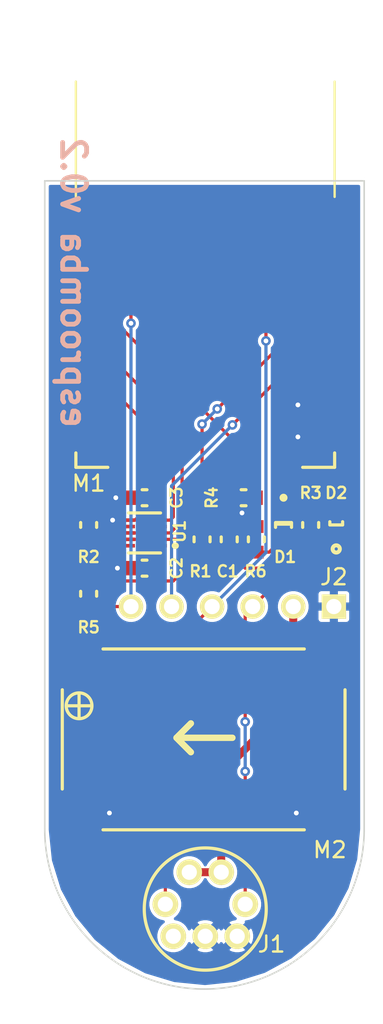
<source format=kicad_pcb>
(kicad_pcb (version 4) (host pcbnew "(2015-08-16 BZR 6096, Git c63f6aa)-product")

  (general
    (links 46)
    (no_connects 0)
    (area 148.399999 81.249999 168.500001 131.850001)
    (thickness 1.6)
    (drawings 6)
    (tracks 148)
    (zones 0)
    (modules 16)
    (nets 17)
  )

  (page A4)
  (layers
    (0 F.Cu signal)
    (31 B.Cu signal)
    (32 B.Adhes user)
    (33 F.Adhes user)
    (34 B.Paste user)
    (35 F.Paste user)
    (36 B.SilkS user hide)
    (37 F.SilkS user)
    (38 B.Mask user)
    (39 F.Mask user)
    (40 Dwgs.User user)
    (41 Cmts.User user)
    (42 Eco1.User user)
    (43 Eco2.User user)
    (44 Edge.Cuts user)
    (45 Margin user)
    (46 B.CrtYd user)
    (47 F.CrtYd user)
    (48 B.Fab user)
    (49 F.Fab user hide)
  )

  (setup
    (last_trace_width 0.2)
    (user_trace_width 0.2)
    (user_trace_width 0.5)
    (trace_clearance 0.15)
    (zone_clearance 0.2)
    (zone_45_only no)
    (trace_min 0.15)
    (segment_width 0.2)
    (edge_width 0.1)
    (via_size 0.6)
    (via_drill 0.3)
    (via_min_size 0.6)
    (via_min_drill 0.3)
    (uvia_size 0.3)
    (uvia_drill 0.1)
    (uvias_allowed no)
    (uvia_min_size 0.2)
    (uvia_min_drill 0.1)
    (pcb_text_width 0.3)
    (pcb_text_size 1.5 1.5)
    (mod_edge_width 0.15)
    (mod_text_size 1 1)
    (mod_text_width 0.15)
    (pad_size 1.5 1.5)
    (pad_drill 0.6)
    (pad_to_mask_clearance 0)
    (aux_axis_origin 145.45 68.6)
    (grid_origin 166.7 101.85)
    (visible_elements FFFFF77F)
    (pcbplotparams
      (layerselection 0x3f0ff_80000001)
      (usegerberextensions true)
      (usegerberattributes true)
      (excludeedgelayer true)
      (linewidth 0.100000)
      (plotframeref false)
      (viasonmask false)
      (mode 1)
      (useauxorigin false)
      (hpglpennumber 1)
      (hpglpenspeed 20)
      (hpglpendiameter 15)
      (hpglpenoverlay 2)
      (psnegative false)
      (psa4output false)
      (plotreference true)
      (plotvalue true)
      (plotinvisibletext false)
      (padsonsilk false)
      (subtractmaskfromsilk false)
      (outputformat 1)
      (mirror false)
      (drillshape 0)
      (scaleselection 1)
      (outputdirectory gerbs))
  )

  (net 0 "")
  (net 1 +3V3)
  (net 2 DGND)
  (net 3 "Net-(C3-Pad1)")
  (net 4 "Net-(D1-PadA)")
  (net 5 /TX)
  (net 6 "Net-(D2-PadA)")
  (net 7 /RX)
  (net 8 /BATT)
  (net 9 /SDA)
  (net 10 /SCL)
  (net 11 /INT1)
  (net 12 "Net-(D1-PadC)")
  (net 13 /INT2)
  (net 14 /GPIO0)
  (net 15 /CH_PD)
  (net 16 /WAKE)

  (net_class Default "This is the default net class."
    (clearance 0.15)
    (trace_width 0.15)
    (via_dia 0.6)
    (via_drill 0.3)
    (uvia_dia 0.3)
    (uvia_drill 0.1)
    (add_net +3V3)
    (add_net /BATT)
    (add_net /CH_PD)
    (add_net /GPIO0)
    (add_net /INT1)
    (add_net /INT2)
    (add_net /RX)
    (add_net /SCL)
    (add_net /SDA)
    (add_net /TX)
    (add_net /WAKE)
    (add_net DGND)
    (add_net "Net-(C3-Pad1)")
    (add_net "Net-(D1-PadA)")
    (add_net "Net-(D1-PadC)")
    (add_net "Net-(D2-PadA)")
  )

  (net_class Normal ""
    (clearance 0.2)
    (trace_width 0.25)
    (via_dia 0.6)
    (via_drill 0.3)
    (uvia_dia 0.3)
    (uvia_drill 0.1)
  )

  (net_class Power ""
    (clearance 0.2)
    (trace_width 0.5)
    (via_dia 0.6)
    (via_drill 0.3)
    (uvia_dia 0.3)
    (uvia_drill 0.1)
  )

  (module SMD-1608:SMD-1608 (layer F.Cu) (tedit 55CD563D) (tstamp 55947D27)
    (at 160 103.7 180)
    (path /555EF30B)
    (fp_text reference C1 (at 0.1 -2 180) (layer F.SilkS)
      (effects (font (size 0.7 0.7) (thickness 0.15)))
    )
    (fp_text value 1uF (at 1.35 0 270) (layer F.SilkS) hide
      (effects (font (size 0.7 0.7) (thickness 0.15)))
    )
    (fp_line (start 0.75 1.5) (end 0.75 -1.5) (layer Cmts.User) (width 0.05))
    (fp_line (start 0.75 -1.5) (end -0.75 -1.5) (layer Cmts.User) (width 0.05))
    (fp_line (start -0.75 -1.5) (end -0.75 1.5) (layer Cmts.User) (width 0.05))
    (fp_line (start -0.75 1.5) (end 0.75 1.5) (layer Cmts.User) (width 0.05))
    (fp_line (start -0.5 -0.15) (end -0.5 0.15) (layer F.SilkS) (width 0.2))
    (fp_line (start 0.5 -0.15) (end 0.5 0.15) (layer F.SilkS) (width 0.2))
    (pad 1 smd rect (at 0 -0.8 180) (size 0.9 0.8) (layers F.Cu F.Paste F.Mask)
      (net 1 +3V3))
    (pad 2 smd rect (at 0 0.8 180) (size 0.9 0.8) (layers F.Cu F.Paste F.Mask)
      (net 2 DGND))
  )

  (module SMD-1608:SMD-1608 (layer F.Cu) (tedit 55CDB870) (tstamp 55947D2D)
    (at 154.7 105.5 270)
    (path /555EF2EC)
    (fp_text reference C2 (at 0 -2 270) (layer F.SilkS)
      (effects (font (size 0.7 0.7) (thickness 0.15)))
    )
    (fp_text value 0.1uF (at 1.35 0 360) (layer F.SilkS) hide
      (effects (font (size 0.7 0.7) (thickness 0.15)))
    )
    (fp_line (start 0.75 1.5) (end 0.75 -1.5) (layer Cmts.User) (width 0.05))
    (fp_line (start 0.75 -1.5) (end -0.75 -1.5) (layer Cmts.User) (width 0.05))
    (fp_line (start -0.75 -1.5) (end -0.75 1.5) (layer Cmts.User) (width 0.05))
    (fp_line (start -0.75 1.5) (end 0.75 1.5) (layer Cmts.User) (width 0.05))
    (fp_line (start -0.5 -0.15) (end -0.5 0.15) (layer F.SilkS) (width 0.2))
    (fp_line (start 0.5 -0.15) (end 0.5 0.15) (layer F.SilkS) (width 0.2))
    (pad 1 smd rect (at 0 -0.8 270) (size 0.9 0.8) (layers F.Cu F.Paste F.Mask)
      (net 1 +3V3))
    (pad 2 smd rect (at 0 0.8 270) (size 0.9 0.8) (layers F.Cu F.Paste F.Mask)
      (net 2 DGND))
  )

  (module SMD-1608:SMD-1608 (layer F.Cu) (tedit 55CD3E81) (tstamp 55947D33)
    (at 154.7 101.1 270)
    (path /555EFB16)
    (fp_text reference C3 (at 0 -2 270) (layer F.SilkS)
      (effects (font (size 0.7 0.7) (thickness 0.15)))
    )
    (fp_text value 0.1uF (at 1.35 0 360) (layer F.SilkS) hide
      (effects (font (size 0.7 0.7) (thickness 0.15)))
    )
    (fp_line (start 0.75 1.5) (end 0.75 -1.5) (layer Cmts.User) (width 0.05))
    (fp_line (start 0.75 -1.5) (end -0.75 -1.5) (layer Cmts.User) (width 0.05))
    (fp_line (start -0.75 -1.5) (end -0.75 1.5) (layer Cmts.User) (width 0.05))
    (fp_line (start -0.75 1.5) (end 0.75 1.5) (layer Cmts.User) (width 0.05))
    (fp_line (start -0.5 -0.15) (end -0.5 0.15) (layer F.SilkS) (width 0.2))
    (fp_line (start 0.5 -0.15) (end 0.5 0.15) (layer F.SilkS) (width 0.2))
    (pad 1 smd rect (at 0 -0.8 270) (size 0.9 0.8) (layers F.Cu F.Paste F.Mask)
      (net 3 "Net-(C3-Pad1)"))
    (pad 2 smd rect (at 0 0.8 270) (size 0.9 0.8) (layers F.Cu F.Paste F.Mask)
      (net 2 DGND))
  )

  (module SMD-1608:SMD-1608 (layer F.Cu) (tedit 55CD5635) (tstamp 55947DAF)
    (at 158.3 103.7 180)
    (path /555EF797)
    (fp_text reference R1 (at 0.1 -2 180) (layer F.SilkS)
      (effects (font (size 0.7 0.7) (thickness 0.15)))
    )
    (fp_text value 4.7k (at 1.35 0 270) (layer F.SilkS) hide
      (effects (font (size 0.7 0.7) (thickness 0.15)))
    )
    (fp_line (start 0.75 1.5) (end 0.75 -1.5) (layer Cmts.User) (width 0.05))
    (fp_line (start 0.75 -1.5) (end -0.75 -1.5) (layer Cmts.User) (width 0.05))
    (fp_line (start -0.75 -1.5) (end -0.75 1.5) (layer Cmts.User) (width 0.05))
    (fp_line (start -0.75 1.5) (end 0.75 1.5) (layer Cmts.User) (width 0.05))
    (fp_line (start -0.5 -0.15) (end -0.5 0.15) (layer F.SilkS) (width 0.2))
    (fp_line (start 0.5 -0.15) (end 0.5 0.15) (layer F.SilkS) (width 0.2))
    (pad 1 smd rect (at 0 -0.8 180) (size 0.9 0.8) (layers F.Cu F.Paste F.Mask)
      (net 1 +3V3))
    (pad 2 smd rect (at 0 0.8 180) (size 0.9 0.8) (layers F.Cu F.Paste F.Mask)
      (net 10 /SCL))
  )

  (module SMD-1608:SMD-1608 (layer F.Cu) (tedit 55CD1631) (tstamp 55947DB5)
    (at 151.2 102.8 180)
    (path /555EF6E1)
    (fp_text reference R2 (at 0 -2 180) (layer F.SilkS)
      (effects (font (size 0.7 0.7) (thickness 0.15)))
    )
    (fp_text value 4.7k (at 1.35 0 270) (layer F.SilkS) hide
      (effects (font (size 0.7 0.7) (thickness 0.15)))
    )
    (fp_line (start 0.75 1.5) (end 0.75 -1.5) (layer Cmts.User) (width 0.05))
    (fp_line (start 0.75 -1.5) (end -0.75 -1.5) (layer Cmts.User) (width 0.05))
    (fp_line (start -0.75 -1.5) (end -0.75 1.5) (layer Cmts.User) (width 0.05))
    (fp_line (start -0.75 1.5) (end 0.75 1.5) (layer Cmts.User) (width 0.05))
    (fp_line (start -0.5 -0.15) (end -0.5 0.15) (layer F.SilkS) (width 0.2))
    (fp_line (start 0.5 -0.15) (end 0.5 0.15) (layer F.SilkS) (width 0.2))
    (pad 1 smd rect (at 0 -0.8 180) (size 0.9 0.8) (layers F.Cu F.Paste F.Mask)
      (net 1 +3V3))
    (pad 2 smd rect (at 0 0.8 180) (size 0.9 0.8) (layers F.Cu F.Paste F.Mask)
      (net 9 /SDA))
  )

  (module SMD-1608:SMD-1608 (layer F.Cu) (tedit 55CD5657) (tstamp 55947DBB)
    (at 165.1 102.8 180)
    (path /556B073C)
    (fp_text reference R3 (at 0 2 180) (layer F.SilkS)
      (effects (font (size 0.7 0.7) (thickness 0.15)))
    )
    (fp_text value 4.7k (at 1.35 0 270) (layer F.SilkS) hide
      (effects (font (size 0.7 0.7) (thickness 0.15)))
    )
    (fp_line (start 0.75 1.5) (end 0.75 -1.5) (layer Cmts.User) (width 0.05))
    (fp_line (start 0.75 -1.5) (end -0.75 -1.5) (layer Cmts.User) (width 0.05))
    (fp_line (start -0.75 -1.5) (end -0.75 1.5) (layer Cmts.User) (width 0.05))
    (fp_line (start -0.75 1.5) (end 0.75 1.5) (layer Cmts.User) (width 0.05))
    (fp_line (start -0.5 -0.15) (end -0.5 0.15) (layer F.SilkS) (width 0.2))
    (fp_line (start 0.5 -0.15) (end 0.5 0.15) (layer F.SilkS) (width 0.2))
    (pad 1 smd rect (at 0 -0.8 180) (size 0.9 0.8) (layers F.Cu F.Paste F.Mask)
      (net 1 +3V3))
    (pad 2 smd rect (at 0 0.8 180) (size 0.9 0.8) (layers F.Cu F.Paste F.Mask)
      (net 6 "Net-(D2-PadA)"))
  )

  (module SMD-1608:SMD-1608 (layer F.Cu) (tedit 55CD5647) (tstamp 55947DC1)
    (at 160.9 101.1 270)
    (path /55D0C6C6)
    (fp_text reference R4 (at 0 2 270) (layer F.SilkS)
      (effects (font (size 0.7 0.7) (thickness 0.15)))
    )
    (fp_text value 4.7k (at 1.35 0 360) (layer F.SilkS) hide
      (effects (font (size 0.7 0.7) (thickness 0.15)))
    )
    (fp_line (start 0.75 1.5) (end 0.75 -1.5) (layer Cmts.User) (width 0.05))
    (fp_line (start 0.75 -1.5) (end -0.75 -1.5) (layer Cmts.User) (width 0.05))
    (fp_line (start -0.75 -1.5) (end -0.75 1.5) (layer Cmts.User) (width 0.05))
    (fp_line (start -0.75 1.5) (end 0.75 1.5) (layer Cmts.User) (width 0.05))
    (fp_line (start -0.5 -0.15) (end -0.5 0.15) (layer F.SilkS) (width 0.2))
    (fp_line (start 0.5 -0.15) (end 0.5 0.15) (layer F.SilkS) (width 0.2))
    (pad 1 smd rect (at 0 -0.8 270) (size 0.9 0.8) (layers F.Cu F.Paste F.Mask)
      (net 1 +3V3))
    (pad 2 smd rect (at 0 0.8 270) (size 0.9 0.8) (layers F.Cu F.Paste F.Mask)
      (net 16 /WAKE))
  )

  (module libs:ESP-12 (layer F.Cu) (tedit 55CD43A7) (tstamp 559F0DF2)
    (at 158.5 83.3)
    (path /55635DB8)
    (fp_text reference M1 (at -7.3 16.9) (layer F.SilkS)
      (effects (font (size 1 1) (thickness 0.15)))
    )
    (fp_text value ESP-12 (at 0 4) (layer F.Fab) hide
      (effects (font (size 1 1) (thickness 0.15)))
    )
    (fp_line (start -8.1 -1) (end -8.1 -8.2) (layer F.SilkS) (width 0.15))
    (fp_line (start 8.1 -8.2) (end 8.1 -1) (layer F.SilkS) (width 0.15))
    (fp_line (start -6.1 15.9) (end -8.1 15.9) (layer F.SilkS) (width 0.2))
    (fp_line (start -8.1 15.9) (end -8.1 15) (layer F.SilkS) (width 0.2))
    (fp_line (start -8 -8.2) (end -8 -2) (layer Cmts.User) (width 0.15))
    (fp_line (start -8 -2) (end 8 -2) (layer Cmts.User) (width 0.15))
    (fp_line (start 8 -2) (end 8 -8.2) (layer Cmts.User) (width 0.15))
    (fp_line (start 8 -8.2) (end -8 -8.2) (layer Cmts.User) (width 0.15))
    (fp_text user "Copper keepout" (at 0 -5.25) (layer Cmts.User)
      (effects (font (size 1 1) (thickness 0.15)))
    )
    (fp_line (start 8.1 15.9) (end 6.1 15.9) (layer F.SilkS) (width 0.2))
    (fp_line (start 8.1 15.9) (end 8.1 15) (layer F.SilkS) (width 0.2))
    (fp_text user %R (at 0 4) (layer F.Fab)
      (effects (font (size 1.5 1.5) (thickness 0.15)))
    )
    (fp_line (start -8 -2) (end 8 -2) (layer F.Fab) (width 0.15))
    (fp_line (start -9.2 -8.45) (end -9.2 16.05) (layer F.CrtYd) (width 0.05))
    (fp_line (start -9.2 16.05) (end 9.2 16.05) (layer F.CrtYd) (width 0.05))
    (fp_line (start 9.2 16.05) (end 9.2 -8.45) (layer F.CrtYd) (width 0.05))
    (fp_line (start 9.2 -8.45) (end -9.2 -8.45) (layer F.CrtYd) (width 0.05))
    (fp_line (start -8 -8.2) (end 8 -8.2) (layer F.Fab) (width 0.15))
    (fp_line (start 8 -8.2) (end 8 15.8) (layer F.Fab) (width 0.15))
    (fp_line (start 8 15.8) (end -8 15.8) (layer F.Fab) (width 0.15))
    (fp_line (start -8 15.8) (end -8 -8.2) (layer F.Fab) (width 0.15))
    (pad 16 smd rect (at 7.7 0) (size 2.5 1.4) (layers F.Cu F.Paste F.Mask)
      (net 7 /RX))
    (pad 15 smd rect (at 7.7 2) (size 2.5 1.4) (layers F.Cu F.Paste F.Mask)
      (net 6 "Net-(D2-PadA)"))
    (pad 14 smd rect (at 7.7 4) (size 2.5 1.4) (layers F.Cu F.Paste F.Mask))
    (pad 13 smd rect (at 7.7 6) (size 2.5 1.4) (layers F.Cu F.Paste F.Mask)
      (net 10 /SCL))
    (pad 12 smd rect (at 7.7 8) (size 2.5 1.4) (layers F.Cu F.Paste F.Mask)
      (net 14 /GPIO0))
    (pad 11 smd rect (at 7.7 10) (size 2.5 1.4) (layers F.Cu F.Paste F.Mask)
      (net 12 "Net-(D1-PadC)"))
    (pad 10 smd rect (at 7.7 12) (size 2.5 1.4) (layers F.Cu F.Paste F.Mask)
      (net 2 DGND))
    (pad 9 smd rect (at 7.7 14) (size 2.5 1.4) (layers F.Cu F.Paste F.Mask)
      (net 2 DGND))
    (pad 1 smd rect (at -7.7 0) (size 2.5 1.4) (layers F.Cu F.Paste F.Mask)
      (net 16 /WAKE))
    (pad 2 smd rect (at -7.7 2) (size 2.5 1.4) (layers F.Cu F.Paste F.Mask))
    (pad 3 smd rect (at -7.7 4) (size 2.5 1.4) (layers F.Cu F.Paste F.Mask)
      (net 15 /CH_PD))
    (pad 4 smd rect (at -7.7 6) (size 2.5 1.4) (layers F.Cu F.Paste F.Mask)
      (net 16 /WAKE))
    (pad 5 smd rect (at -7.7 8) (size 2.5 1.4) (layers F.Cu F.Paste F.Mask)
      (net 13 /INT2))
    (pad 6 smd rect (at -7.7 10) (size 2.5 1.4) (layers F.Cu F.Paste F.Mask)
      (net 11 /INT1))
    (pad 7 smd rect (at -7.7 12) (size 2.5 1.4) (layers F.Cu F.Paste F.Mask)
      (net 9 /SDA))
    (pad 8 smd rect (at -7.7 14) (size 2.5 1.4) (layers F.Cu F.Paste F.Mask)
      (net 1 +3V3))
  )

  (module libs:MINI-DIN-7 (layer F.Cu) (tedit 55C484D7) (tstamp 55CC8C3A)
    (at 158.5 126.5 180)
    (path /55637B8C)
    (fp_text reference J1 (at -4.15 -2.5 180) (layer F.SilkS)
      (effects (font (size 1 1) (thickness 0.15)))
    )
    (fp_text value CONN-7 (at 0 -0.4 180) (layer F.Fab)
      (effects (font (size 1 1) (thickness 0.15)))
    )
    (fp_circle (center 0 -0.3) (end 2.7 2.4) (layer F.SilkS) (width 0.2))
    (pad 5 thru_hole circle (at 2 -2 180) (size 1.6 1.6) (drill 0.95) (layers *.Cu *.Mask F.SilkS))
    (pad 7 thru_hole circle (at -2 -2 180) (size 1.6 1.6) (drill 0.95) (layers *.Cu *.Mask F.SilkS)
      (net 2 DGND))
    (pad 6 thru_hole circle (at 0 -2 180) (size 1.6 1.6) (drill 0.95) (layers *.Cu *.Mask F.SilkS)
      (net 2 DGND))
    (pad 4 thru_hole circle (at -2.5 0 180) (size 1.6 1.6) (drill 0.95) (layers *.Cu *.Mask F.SilkS)
      (net 5 /TX))
    (pad 3 thru_hole circle (at 2.5 0 180) (size 1.6 1.6) (drill 0.95) (layers *.Cu *.Mask F.SilkS)
      (net 7 /RX))
    (pad 2 thru_hole circle (at -1 2 180) (size 1.6 1.6) (drill 0.95) (layers *.Cu *.Mask F.SilkS)
      (net 8 /BATT))
    (pad 1 thru_hole circle (at 1 2 180) (size 1.6 1.6) (drill 0.95) (layers *.Cu *.Mask F.SilkS)
      (net 8 /BATT))
  )

  (module libs:MINI-360 (layer F.Cu) (tedit 55CD2C3E) (tstamp 55CC8C4C)
    (at 158.4 116.2 180)
    (path /55945D2B)
    (fp_text reference M2 (at -7.9 -6.9 180) (layer F.SilkS)
      (effects (font (size 1 1) (thickness 0.15)))
    )
    (fp_text value V-REG (at 0 0 180) (layer F.Fab)
      (effects (font (size 1 1) (thickness 0.15)))
    )
    (fp_line (start -6.3 5.65) (end 6.3 5.65) (layer F.SilkS) (width 0.2))
    (fp_line (start -8.85 3.1) (end -8.85 -3.1) (layer F.SilkS) (width 0.2))
    (fp_line (start -9.3 -6.1) (end -9.3 6.1) (layer F.CrtYd) (width 0.05))
    (fp_line (start -9.3 6.1) (end 9.3 6.1) (layer F.CrtYd) (width 0.05))
    (fp_line (start 9.3 6.1) (end 9.3 -6.1) (layer F.CrtYd) (width 0.05))
    (fp_line (start 9.3 -6.1) (end -9.3 -6.1) (layer F.CrtYd) (width 0.05))
    (fp_line (start 8.85 3.1) (end 8.85 -3.1) (layer F.SilkS) (width 0.2))
    (fp_line (start -6.3 -5.65) (end 6.3 -5.65) (layer F.SilkS) (width 0.2))
    (fp_line (start -8.8 5.6) (end 8.8 5.6) (layer F.Fab) (width 0.1))
    (fp_line (start 8.8 5.6) (end 8.8 -5.6) (layer F.Fab) (width 0.1))
    (fp_line (start 8.8 -5.6) (end -8.8 -5.6) (layer F.Fab) (width 0.1))
    (fp_line (start -8.8 -5.6) (end -8.8 5.6) (layer F.Fab) (width 0.1))
    (fp_line (start 1.7 0.1) (end 0.8 1) (layer F.SilkS) (width 0.4))
    (fp_line (start -1.8 0.1) (end 1.7 0.1) (layer F.SilkS) (width 0.4))
    (fp_line (start 1.7 0.1) (end 0.8 -0.8) (layer F.SilkS) (width 0.4))
    (fp_line (start 7 2.1) (end 8.6 2.1) (layer F.SilkS) (width 0.2))
    (fp_line (start 7.8 1.3) (end 7.8 2.9) (layer F.SilkS) (width 0.2))
    (fp_circle (center 7.8 2.1) (end 7.9 2.9) (layer F.SilkS) (width 0.2))
    (pad GND smd rect (at -7.8 -4.6 180) (size 2.5 2.5) (layers F.Cu F.Paste F.Mask)
      (net 2 DGND))
    (pad VIN smd rect (at -7.8 4.6 180) (size 2.5 2.5) (layers F.Cu F.Paste F.Mask)
      (net 8 /BATT))
    (pad VOUT smd rect (at 7.8 4.6 180) (size 2.5 2.5) (layers F.Cu F.Paste F.Mask)
      (net 1 +3V3))
    (pad GND smd rect (at 7.8 -4.6 180) (size 2.5 2.5) (layers F.Cu F.Paste F.Mask)
      (net 2 DGND))
  )

  (module libs:DFN-10 (layer F.Cu) (tedit 55CD401B) (tstamp 55CD22DE)
    (at 154.7 103.3 180)
    (path /555EEA75)
    (fp_text reference U1 (at -2.2 0.1 270) (layer F.SilkS)
      (effects (font (size 0.7 0.7) (thickness 0.15)))
    )
    (fp_text value MMA8652FC (at 2.225 0 270) (layer F.SilkS) hide
      (effects (font (size 0.7 0.7) (thickness 0.15)))
    )
    (fp_line (start -1.9 -0.8) (end -1.95 -0.8) (layer F.SilkS) (width 0.4))
    (fp_line (start 1.65 -1.25) (end 1.65 1.25) (layer Cmts.User) (width 0.05))
    (fp_line (start 1.65 1.25) (end -1.65 1.25) (layer Cmts.User) (width 0.05))
    (fp_line (start -1.65 1.25) (end -1.65 -1.25) (layer Cmts.User) (width 0.05))
    (fp_line (start -1.65 -1.25) (end 1.65 -1.25) (layer Cmts.User) (width 0.05))
    (fp_line (start 1 1.25) (end -1 1.25) (layer F.SilkS) (width 0.2))
    (fp_line (start -1 -1.25) (end 1 -1.25) (layer F.SilkS) (width 0.2))
    (pad 1 smd rect (at -1 -0.8 180) (size 0.8 0.225) (layers F.Cu F.Paste F.Mask)
      (net 1 +3V3))
    (pad 2 smd rect (at -1 -0.4 180) (size 0.8 0.225) (layers F.Cu F.Paste F.Mask)
      (net 10 /SCL))
    (pad 3 smd rect (at -1 0 180) (size 0.8 0.225) (layers F.Cu F.Paste F.Mask)
      (net 13 /INT2))
    (pad 4 smd rect (at -1 0.4 180) (size 0.8 0.225) (layers F.Cu F.Paste F.Mask)
      (net 3 "Net-(C3-Pad1)"))
    (pad 5 smd rect (at -1 0.8 180) (size 0.8 0.225) (layers F.Cu F.Paste F.Mask)
      (net 11 /INT1))
    (pad 6 smd rect (at 1 0.8 180) (size 0.8 0.225) (layers F.Cu F.Paste F.Mask)
      (net 2 DGND))
    (pad 7 smd rect (at 1 0.4 180) (size 0.8 0.225) (layers F.Cu F.Paste F.Mask)
      (net 2 DGND))
    (pad 8 smd rect (at 1 0 180) (size 0.8 0.225) (layers F.Cu F.Paste F.Mask)
      (net 1 +3V3))
    (pad 9 smd rect (at 1 -0.4 180) (size 0.8 0.225) (layers F.Cu F.Paste F.Mask)
      (net 2 DGND))
    (pad 10 smd rect (at 1 -0.8 180) (size 0.8 0.225) (layers F.Cu F.Paste F.Mask)
      (net 9 /SDA))
  )

  (module libs:CONN-6 (layer F.Cu) (tedit 55D0E6F6) (tstamp 55CD26F3)
    (at 160.2 107.9 180)
    (path /55CCF644)
    (fp_text reference J2 (at -6.35 1.85 180) (layer F.SilkS)
      (effects (font (size 1 1) (thickness 0.15)))
    )
    (fp_text value CONN-6 (at 0 0 180) (layer F.Fab)
      (effects (font (size 1 1) (thickness 0.15)))
    )
    (pad 1 thru_hole rect (at -6.35 0 180) (size 1.524 1.524) (drill 0.95) (layers *.Cu *.Mask F.SilkS)
      (net 2 DGND))
    (pad 2 thru_hole circle (at -3.81 0 180) (size 1.524 1.524) (drill 0.95) (layers *.Cu *.Mask F.SilkS)
      (net 8 /BATT))
    (pad 3 thru_hole circle (at -1.27 0 180) (size 1.524 1.524) (drill 0.95) (layers *.Cu *.Mask F.SilkS)
      (net 5 /TX))
    (pad 4 thru_hole circle (at 1.27 0 180) (size 1.524 1.524) (drill 0.95) (layers *.Cu *.Mask F.SilkS)
      (net 7 /RX))
    (pad 5 thru_hole circle (at 3.81 0 180) (size 1.524 1.524) (drill 0.95) (layers *.Cu *.Mask F.SilkS)
      (net 14 /GPIO0))
    (pad 6 thru_hole circle (at 6.35 0 180) (size 1.524 1.524) (drill 0.95) (layers *.Cu *.Mask F.SilkS)
      (net 15 /CH_PD))
  )

  (module libs:SMD-1608-LED (layer F.Cu) (tedit 55D0D58E) (tstamp 55CD30B7)
    (at 163.4 102.8 180)
    (path /55D0D303)
    (fp_text reference D1 (at -0.1 -2 180) (layer F.SilkS)
      (effects (font (size 0.7 0.7) (thickness 0.15)))
    )
    (fp_text value LED (at 1.35 0 270) (layer F.SilkS) hide
      (effects (font (size 0.7 0.7) (thickness 0.15)))
    )
    (fp_circle (center 0 1.7) (end -0.125 1.7) (layer F.SilkS) (width 0.25))
    (fp_line (start -0.45 0.1) (end 0.45 0.1) (layer F.SilkS) (width 0.3))
    (fp_line (start 0.75 1.5) (end 0.75 -1.5) (layer Cmts.User) (width 0.05))
    (fp_line (start 0.75 -1.5) (end -0.75 -1.5) (layer Cmts.User) (width 0.05))
    (fp_line (start -0.75 -1.5) (end -0.75 1.5) (layer Cmts.User) (width 0.05))
    (fp_line (start -0.75 1.5) (end 0.75 1.5) (layer Cmts.User) (width 0.05))
    (fp_line (start -0.5 -0.15) (end -0.5 0.15) (layer F.SilkS) (width 0.2))
    (fp_line (start 0.5 -0.15) (end 0.5 0.15) (layer F.SilkS) (width 0.2))
    (pad A smd rect (at 0 -0.8 180) (size 0.9 0.8) (layers F.Cu F.Paste F.Mask)
      (net 4 "Net-(D1-PadA)"))
    (pad C smd rect (at 0 0.8 180) (size 0.9 0.8) (layers F.Cu F.Paste F.Mask)
      (net 12 "Net-(D1-PadC)"))
  )

  (module libs:SOD-523 (layer F.Cu) (tedit 55D0D589) (tstamp 55CD30C4)
    (at 166.7 102.7)
    (path /556CCD78)
    (fp_text reference D2 (at 0 -1.9) (layer F.SilkS)
      (effects (font (size 0.7 0.7) (thickness 0.15)))
    )
    (fp_text value D (at 0 0) (layer F.Fab) hide
      (effects (font (size 1 1) (thickness 0.15)))
    )
    (fp_line (start 0.65 1) (end -0.65 1) (layer F.Fab) (width 0.1))
    (fp_line (start 0.65 1.1) (end -0.65 1.1) (layer F.Fab) (width 0.1))
    (fp_line (start 0.65 1.2) (end -0.65 1.2) (layer F.Fab) (width 0.1))
    (fp_line (start 0.65 1.3) (end -0.65 1.3) (layer F.Fab) (width 0.1))
    (fp_text user %R (at 0 0 90) (layer F.Fab)
      (effects (font (size 0.7 0.7) (thickness 0.1)))
    )
    (fp_circle (center 0 1.6) (end 0 1.7) (layer F.SilkS) (width 0.25))
    (fp_line (start -0.4 -0.1) (end -0.4 0.1) (layer F.SilkS) (width 0.2))
    (fp_line (start -0.4 0.1) (end 0.4 0.1) (layer F.SilkS) (width 0.2))
    (fp_line (start 0.4 0.1) (end 0.4 -0.1) (layer F.SilkS) (width 0.2))
    (fp_line (start -0.65 -1.4) (end 0.65 -1.4) (layer F.CrtYd) (width 0.05))
    (fp_line (start 0.65 -1.4) (end 0.65 1.4) (layer F.CrtYd) (width 0.05))
    (fp_line (start 0.65 1.4) (end -0.65 1.4) (layer F.CrtYd) (width 0.05))
    (fp_line (start -0.65 1.4) (end -0.65 -1.4) (layer F.CrtYd) (width 0.05))
    (fp_line (start -0.65 -1.4) (end 0.65 -1.4) (layer F.Fab) (width 0.1))
    (fp_line (start 0.65 -1.4) (end 0.65 1.4) (layer F.Fab) (width 0.1))
    (fp_line (start 0.65 1.4) (end -0.65 1.4) (layer F.Fab) (width 0.1))
    (fp_line (start -0.65 1.4) (end -0.65 -1.4) (layer F.Fab) (width 0.1))
    (pad A smd rect (at 0 -0.85) (size 0.7 0.6) (layers F.Cu F.Paste F.Mask)
      (net 6 "Net-(D2-PadA)"))
    (pad C smd rect (at 0 0.85) (size 0.7 0.6) (layers F.Cu F.Paste F.Mask)
      (net 5 /TX))
  )

  (module SMD-1608:SMD-1608 (layer F.Cu) (tedit 55D0D058) (tstamp 55D0CD33)
    (at 151.2 107.1)
    (path /55CF0CC1)
    (fp_text reference R5 (at 0 2.1) (layer F.SilkS)
      (effects (font (size 0.7 0.7) (thickness 0.15)))
    )
    (fp_text value 4.7k (at 1.35 0 90) (layer F.SilkS) hide
      (effects (font (size 0.7 0.7) (thickness 0.15)))
    )
    (fp_line (start 0.75 1.5) (end 0.75 -1.5) (layer Cmts.User) (width 0.05))
    (fp_line (start 0.75 -1.5) (end -0.75 -1.5) (layer Cmts.User) (width 0.05))
    (fp_line (start -0.75 -1.5) (end -0.75 1.5) (layer Cmts.User) (width 0.05))
    (fp_line (start -0.75 1.5) (end 0.75 1.5) (layer Cmts.User) (width 0.05))
    (fp_line (start -0.5 -0.15) (end -0.5 0.15) (layer F.SilkS) (width 0.2))
    (fp_line (start 0.5 -0.15) (end 0.5 0.15) (layer F.SilkS) (width 0.2))
    (pad 1 smd rect (at 0 -0.8) (size 0.9 0.8) (layers F.Cu F.Paste F.Mask)
      (net 1 +3V3))
    (pad 2 smd rect (at 0 0.8) (size 0.9 0.8) (layers F.Cu F.Paste F.Mask)
      (net 15 /CH_PD))
  )

  (module SMD-1608:SMD-1608 (layer F.Cu) (tedit 55D0D88D) (tstamp 55D0CD39)
    (at 161.7 103.7)
    (path /55D0CCBF)
    (fp_text reference R6 (at -0.05 2) (layer F.SilkS)
      (effects (font (size 0.7 0.7) (thickness 0.15)))
    )
    (fp_text value 4.7k (at 1.35 0 90) (layer F.SilkS) hide
      (effects (font (size 0.7 0.7) (thickness 0.15)))
    )
    (fp_line (start 0.75 1.5) (end 0.75 -1.5) (layer Cmts.User) (width 0.05))
    (fp_line (start 0.75 -1.5) (end -0.75 -1.5) (layer Cmts.User) (width 0.05))
    (fp_line (start -0.75 -1.5) (end -0.75 1.5) (layer Cmts.User) (width 0.05))
    (fp_line (start -0.75 1.5) (end 0.75 1.5) (layer Cmts.User) (width 0.05))
    (fp_line (start -0.5 -0.15) (end -0.5 0.15) (layer F.SilkS) (width 0.2))
    (fp_line (start 0.5 -0.15) (end 0.5 0.15) (layer F.SilkS) (width 0.2))
    (pad 1 smd rect (at 0 -0.8) (size 0.9 0.8) (layers F.Cu F.Paste F.Mask)
      (net 1 +3V3))
    (pad 2 smd rect (at 0 0.8) (size 0.9 0.8) (layers F.Cu F.Paste F.Mask)
      (net 4 "Net-(D1-PadA)"))
  )

  (gr_arc (start 158.45 121.8) (end 158.45 131.8) (angle 90) (layer Edge.Cuts) (width 0.1))
  (gr_arc (start 158.45 121.8) (end 168.45 121.8) (angle 90) (layer Edge.Cuts) (width 0.1))
  (gr_line (start 148.45 121.8) (end 148.45 81.3) (angle 90) (layer Edge.Cuts) (width 0.1))
  (gr_line (start 168.45 81.3) (end 168.45 121.8) (angle 90) (layer Edge.Cuts) (width 0.1))
  (gr_line (start 148.45 81.3) (end 168.45 81.3) (angle 90) (layer Edge.Cuts) (width 0.1))
  (gr_text "esproomba v0.2" (at 150.25 87.65 270) (layer B.SilkS)
    (effects (font (size 1.5 1.5) (thickness 0.3)) (justify mirror))
  )

  (segment (start 154.7 106.3) (end 156.5 106.3) (width 0.2) (layer F.Cu) (net 1))
  (segment (start 156.5 106.3) (end 158.3 104.5) (width 0.2) (layer F.Cu) (net 1) (tstamp 55D0E27F))
  (segment (start 151.2 106.3) (end 154.7 106.3) (width 0.2) (layer F.Cu) (net 1))
  (segment (start 154.7 106.3) (end 155.5 105.5) (width 0.2) (layer F.Cu) (net 1) (tstamp 55D0E264))
  (segment (start 165.1 103.6) (end 163.2 105.5) (width 0.2) (layer F.Cu) (net 1))
  (segment (start 161 105.5) (end 160 104.5) (width 0.2) (layer F.Cu) (net 1) (tstamp 55D0D881))
  (segment (start 163.2 105.5) (end 161 105.5) (width 0.2) (layer F.Cu) (net 1) (tstamp 55D0D872))
  (segment (start 161.7 102.9) (end 161.7 101.1) (width 0.2) (layer F.Cu) (net 1))
  (segment (start 160 104.5) (end 160.1 104.5) (width 0.2) (layer F.Cu) (net 1))
  (segment (start 160.1 104.5) (end 161.7 102.9) (width 0.2) (layer F.Cu) (net 1) (tstamp 55D0D862))
  (segment (start 155.7 104.1) (end 155.7 105.3) (width 0.2) (layer F.Cu) (net 1))
  (segment (start 155.7 105.3) (end 155.5 105.5) (width 0.2) (layer F.Cu) (net 1) (tstamp 55D0D75E))
  (segment (start 155.5 105.5) (end 155.5 105.1) (width 0.2) (layer F.Cu) (net 1))
  (segment (start 155.5 105.1) (end 154.9 104.5) (width 0.2) (layer F.Cu) (net 1) (tstamp 55D0D734))
  (segment (start 154.9 104.5) (end 154.9 103.7) (width 0.2) (layer F.Cu) (net 1) (tstamp 55D0D738))
  (segment (start 154.9 103.7) (end 154.5 103.3) (width 0.2) (layer F.Cu) (net 1) (tstamp 55D0D73B))
  (segment (start 154.5 103.3) (end 153.7 103.3) (width 0.2) (layer F.Cu) (net 1) (tstamp 55D0D740))
  (segment (start 158.3 104.5) (end 160 104.5) (width 0.2) (layer F.Cu) (net 1))
  (segment (start 151.2 103.6) (end 149.7 103.6) (width 0.2) (layer F.Cu) (net 1))
  (segment (start 151.2 106.3) (end 149.7 106.3) (width 0.2) (layer F.Cu) (net 1))
  (segment (start 150.6 111.6) (end 149.7 110.7) (width 0.5) (layer F.Cu) (net 1))
  (segment (start 149.7 110.7) (end 149.7 106.3) (width 0.5) (layer F.Cu) (net 1) (tstamp 55CD415D))
  (segment (start 149.7 106.3) (end 149.7 105.2) (width 0.5) (layer F.Cu) (net 1) (tstamp 55D0D0F3))
  (segment (start 149.7 105.2) (end 149.7 104.1) (width 0.5) (layer F.Cu) (net 1) (tstamp 55CD4163))
  (segment (start 149.7 104.1) (end 149.7 103.6) (width 0.5) (layer F.Cu) (net 1) (tstamp 55CD44DD))
  (segment (start 149.7 103.6) (end 149.7 98.4) (width 0.5) (layer F.Cu) (net 1) (tstamp 55D0D10A))
  (segment (start 149.7 98.4) (end 150.8 97.3) (width 0.5) (layer F.Cu) (net 1) (tstamp 55CD415E))
  (segment (start 160 102.9) (end 160 102.85) (width 0.2) (layer F.Cu) (net 2))
  (segment (start 160 102.85) (end 160.8 102.05) (width 0.2) (layer F.Cu) (net 2) (tstamp 55D0D7D0))
  (via (at 160.8 102.05) (size 0.6) (drill 0.3) (layers F.Cu B.Cu) (net 2))
  (segment (start 153.9 105.5) (end 154.4 105) (width 0.2) (layer F.Cu) (net 2))
  (segment (start 154.2 103.7) (end 153.7 103.7) (width 0.2) (layer F.Cu) (net 2) (tstamp 55CE0D0D))
  (segment (start 154.4 103.9) (end 154.2 103.7) (width 0.2) (layer F.Cu) (net 2) (tstamp 55CE0D09))
  (segment (start 154.4 105) (end 154.4 103.9) (width 0.2) (layer F.Cu) (net 2) (tstamp 55CE0D02))
  (segment (start 153.9 105.5) (end 153 105.5) (width 0.2) (layer F.Cu) (net 2))
  (via (at 153 105.5) (size 0.6) (drill 0.3) (layers F.Cu B.Cu) (net 2))
  (segment (start 166.2 120.8) (end 164.2 120.8) (width 0.5) (layer F.Cu) (net 2))
  (via (at 164.2 120.8) (size 0.6) (drill 0.3) (layers F.Cu B.Cu) (net 2))
  (segment (start 150.6 120.8) (end 152.5 120.8) (width 0.5) (layer F.Cu) (net 2))
  (via (at 152.5 120.8) (size 0.6) (drill 0.3) (layers F.Cu B.Cu) (net 2))
  (segment (start 166.2 97.3) (end 164.3 97.3) (width 0.2) (layer F.Cu) (net 2))
  (via (at 164.3 97.3) (size 0.6) (drill 0.3) (layers F.Cu B.Cu) (net 2))
  (segment (start 166.2 95.3) (end 164.3 95.3) (width 0.2) (layer F.Cu) (net 2))
  (via (at 164.3 95.3) (size 0.6) (drill 0.3) (layers F.Cu B.Cu) (net 2))
  (segment (start 153.7 102.5) (end 152.7 102.5) (width 0.2) (layer F.Cu) (net 2))
  (via (at 152.7 102.5) (size 0.6) (drill 0.3) (layers F.Cu B.Cu) (net 2))
  (segment (start 153.9 101.1) (end 152.9 101.1) (width 0.2) (layer F.Cu) (net 2))
  (via (at 152.9 101.1) (size 0.6) (drill 0.3) (layers F.Cu B.Cu) (net 2))
  (segment (start 153.7 102.9) (end 153.2 102.9) (width 0.2) (layer F.Cu) (net 2))
  (segment (start 153.2 102.9) (end 153 103.1) (width 0.2) (layer F.Cu) (net 2) (tstamp 55CD54DD))
  (segment (start 153 103.1) (end 153 103.5) (width 0.2) (layer F.Cu) (net 2) (tstamp 55CD54DE))
  (segment (start 153 103.5) (end 153.2 103.7) (width 0.2) (layer F.Cu) (net 2) (tstamp 55CD54E2))
  (segment (start 153.2 103.7) (end 153.7 103.7) (width 0.2) (layer F.Cu) (net 2) (tstamp 55CD54E4))
  (segment (start 153.7 102.5) (end 154.1 102.5) (width 0.2) (layer F.Cu) (net 2))
  (segment (start 154.1 102.5) (end 154.4 102.2) (width 0.2) (layer F.Cu) (net 2) (tstamp 55CD54C0))
  (segment (start 154.4 101.6) (end 153.9 101.1) (width 0.2) (layer F.Cu) (net 2) (tstamp 55CD54C8))
  (segment (start 154.4 102.2) (end 154.4 101.6) (width 0.2) (layer F.Cu) (net 2) (tstamp 55CD54C5))
  (segment (start 153.7 102.9) (end 153.3 102.9) (width 0.2) (layer F.Cu) (net 2))
  (segment (start 153.3 102.9) (end 153.2 102.8) (width 0.2) (layer F.Cu) (net 2) (tstamp 55CD5290))
  (segment (start 153.2 102.8) (end 153.2 102.6) (width 0.2) (layer F.Cu) (net 2) (tstamp 55CD5292))
  (segment (start 153.2 102.6) (end 153.3 102.5) (width 0.2) (layer F.Cu) (net 2) (tstamp 55CD5294))
  (segment (start 153.3 102.5) (end 153.7 102.5) (width 0.2) (layer F.Cu) (net 2) (tstamp 55CD5295))
  (segment (start 155.7 102.9) (end 155 102.9) (width 0.2) (layer F.Cu) (net 3))
  (segment (start 154.9 101.7) (end 155.5 101.1) (width 0.2) (layer F.Cu) (net 3) (tstamp 55CD4960))
  (segment (start 154.9 102.8) (end 154.9 101.7) (width 0.2) (layer F.Cu) (net 3) (tstamp 55CD495F))
  (segment (start 155 102.9) (end 154.9 102.8) (width 0.2) (layer F.Cu) (net 3) (tstamp 55CD495B))
  (segment (start 161.7 104.5) (end 162.5 104.5) (width 0.2) (layer F.Cu) (net 4))
  (segment (start 162.5 104.5) (end 163.4 103.6) (width 0.2) (layer F.Cu) (net 4) (tstamp 55D0D869))
  (segment (start 161.47 107.9) (end 164.82 104.55) (width 0.2) (layer F.Cu) (net 5))
  (segment (start 165.7 104.55) (end 166.7 103.55) (width 0.2) (layer F.Cu) (net 5) (tstamp 55D0D5DA))
  (segment (start 164.82 104.55) (end 165.7 104.55) (width 0.2) (layer F.Cu) (net 5) (tstamp 55D0D5D8))
  (segment (start 161 126.5) (end 161 118.2) (width 0.2) (layer F.Cu) (net 5))
  (segment (start 161 115.1) (end 161 108.37) (width 0.2) (layer F.Cu) (net 5) (tstamp 55CD4DA8))
  (via (at 161 115.1) (size 0.6) (drill 0.3) (layers F.Cu B.Cu) (net 5))
  (segment (start 161 118.2) (end 161 115.1) (width 0.2) (layer B.Cu) (net 5) (tstamp 55CD4DA2))
  (via (at 161 118.2) (size 0.6) (drill 0.3) (layers F.Cu B.Cu) (net 5))
  (segment (start 161 108.37) (end 161.47 107.9) (width 0.2) (layer F.Cu) (net 5) (tstamp 55CD4DA9))
  (segment (start 165.1 102) (end 167.85 99.25) (width 0.2) (layer F.Cu) (net 6))
  (segment (start 167.85 86.25) (end 166.9 85.3) (width 0.2) (layer F.Cu) (net 6) (tstamp 55D0D8BF))
  (segment (start 167.85 99.25) (end 167.85 86.25) (width 0.2) (layer F.Cu) (net 6) (tstamp 55D0D8B2))
  (segment (start 166.9 85.3) (end 166.2 85.3) (width 0.2) (layer F.Cu) (net 6) (tstamp 55D0D8C4))
  (segment (start 165.1 102) (end 165.25 101.85) (width 0.2) (layer F.Cu) (net 6))
  (segment (start 165.25 101.85) (end 166.7 101.85) (width 0.2) (layer F.Cu) (net 6) (tstamp 55D0D5D5))
  (segment (start 158.93 107.9) (end 162.3 104.53) (width 0.2) (layer B.Cu) (net 7))
  (segment (start 162.3 86.4) (end 165.4 83.3) (width 0.2) (layer F.Cu) (net 7) (tstamp 55D0E239))
  (segment (start 162.3 91.3) (end 162.3 86.4) (width 0.2) (layer F.Cu) (net 7) (tstamp 55D0E238))
  (via (at 162.3 91.3) (size 0.6) (drill 0.3) (layers F.Cu B.Cu) (net 7))
  (segment (start 162.3 104.53) (end 162.3 91.3) (width 0.2) (layer B.Cu) (net 7) (tstamp 55D0E22B))
  (segment (start 165.4 83.3) (end 166.2 83.3) (width 0.2) (layer F.Cu) (net 7) (tstamp 55D0E23C))
  (segment (start 158.93 107.9) (end 156 110.83) (width 0.2) (layer F.Cu) (net 7))
  (segment (start 156 110.83) (end 156 126.5) (width 0.2) (layer F.Cu) (net 7) (tstamp 55CD4D8A))
  (segment (start 164.01 107.9) (end 164.01 109.41) (width 0.5) (layer F.Cu) (net 8))
  (segment (start 164.01 109.41) (end 166.2 111.6) (width 0.5) (layer F.Cu) (net 8) (tstamp 55CD3305))
  (segment (start 157.5 124.5) (end 159.5 124.5) (width 0.5) (layer F.Cu) (net 8))
  (segment (start 159.5 124.5) (end 159.5 118.3) (width 0.5) (layer F.Cu) (net 8))
  (segment (start 159.5 118.3) (end 166.2 111.6) (width 0.5) (layer F.Cu) (net 8) (tstamp 55CD322D))
  (segment (start 150.8 95.3) (end 151.6 95.3) (width 0.2) (layer F.Cu) (net 9))
  (segment (start 151.6 95.3) (end 152.5 96.2) (width 0.2) (layer F.Cu) (net 9) (tstamp 55D0E1C9))
  (segment (start 152.5 96.2) (end 152.5 98.35) (width 0.2) (layer F.Cu) (net 9) (tstamp 55D0E1CD))
  (segment (start 152.5 98.35) (end 151.2 99.65) (width 0.2) (layer F.Cu) (net 9) (tstamp 55D0E1D0))
  (segment (start 151.2 99.65) (end 151.2 102) (width 0.2) (layer F.Cu) (net 9) (tstamp 55D0E1D1))
  (segment (start 153.7 104.1) (end 153.05 104.1) (width 0.2) (layer F.Cu) (net 9))
  (segment (start 152.1 102.85) (end 151.25 102) (width 0.2) (layer F.Cu) (net 9) (tstamp 55D0D708))
  (segment (start 152.1 103.15) (end 152.1 102.85) (width 0.2) (layer F.Cu) (net 9) (tstamp 55D0D706))
  (segment (start 153.05 104.1) (end 152.1 103.15) (width 0.2) (layer F.Cu) (net 9) (tstamp 55D0D703))
  (segment (start 151.25 102) (end 151.2 102) (width 0.2) (layer F.Cu) (net 9) (tstamp 55D0D70B))
  (segment (start 158.3 102.9) (end 158.3 96.5) (width 0.2) (layer F.Cu) (net 10))
  (segment (start 159.25 95.55) (end 165.5 89.3) (width 0.2) (layer F.Cu) (net 10) (tstamp 55D0E154))
  (via (at 159.25 95.55) (size 0.6) (drill 0.3) (layers F.Cu B.Cu) (net 10))
  (segment (start 158.3 96.5) (end 159.25 95.55) (width 0.2) (layer B.Cu) (net 10) (tstamp 55D0E14A))
  (via (at 158.3 96.5) (size 0.6) (drill 0.3) (layers F.Cu B.Cu) (net 10))
  (segment (start 165.5 89.3) (end 166.2 89.3) (width 0.2) (layer F.Cu) (net 10) (tstamp 55D0E155))
  (segment (start 155.7 103.7) (end 157.5 103.7) (width 0.2) (layer F.Cu) (net 10))
  (segment (start 157.5 103.7) (end 158.3 102.9) (width 0.2) (layer F.Cu) (net 10) (tstamp 55D0D517))
  (segment (start 155.7 102.5) (end 156.3 102.5) (width 0.2) (layer F.Cu) (net 11))
  (segment (start 156.5 98.2) (end 151.6 93.3) (width 0.2) (layer F.Cu) (net 11) (tstamp 55D0D483))
  (segment (start 156.5 102.3) (end 156.5 98.2) (width 0.2) (layer F.Cu) (net 11) (tstamp 55D0D477))
  (segment (start 156.3 102.5) (end 156.5 102.3) (width 0.2) (layer F.Cu) (net 11) (tstamp 55D0D474))
  (segment (start 151.6 93.3) (end 150.8 93.3) (width 0.2) (layer F.Cu) (net 11) (tstamp 55D0D48D))
  (segment (start 166.2 93.3) (end 165.25 93.3) (width 0.2) (layer F.Cu) (net 12))
  (segment (start 165.25 93.3) (end 163.4 95.15) (width 0.2) (layer F.Cu) (net 12) (tstamp 55D0D6DE))
  (segment (start 163.4 95.15) (end 163.4 102) (width 0.2) (layer F.Cu) (net 12) (tstamp 55D0D6E7))
  (segment (start 155.7 103.3) (end 156.3 103.3) (width 0.2) (layer F.Cu) (net 13))
  (segment (start 157.05 96.8) (end 151.55 91.3) (width 0.2) (layer F.Cu) (net 13) (tstamp 55D0E099))
  (segment (start 157.05 102.55) (end 157.05 96.8) (width 0.2) (layer F.Cu) (net 13) (tstamp 55D0E097))
  (segment (start 156.3 103.3) (end 157.05 102.55) (width 0.2) (layer F.Cu) (net 13) (tstamp 55D0E094))
  (segment (start 151.55 91.3) (end 150.8 91.3) (width 0.2) (layer F.Cu) (net 13) (tstamp 55D0E0A1))
  (segment (start 166.2 91.3) (end 165.45 91.3) (width 0.2) (layer F.Cu) (net 14))
  (segment (start 165.45 91.3) (end 160.2 96.55) (width 0.2) (layer F.Cu) (net 14) (tstamp 55D0E160))
  (via (at 160.2 96.55) (size 0.6) (drill 0.3) (layers F.Cu B.Cu) (net 14))
  (segment (start 160.2 96.55) (end 156.39 100.36) (width 0.2) (layer B.Cu) (net 14) (tstamp 55D0E16D))
  (segment (start 156.39 100.36) (end 156.39 107.9) (width 0.2) (layer B.Cu) (net 14) (tstamp 55D0E16E))
  (segment (start 150.8 87.3) (end 151.45 87.3) (width 0.2) (layer F.Cu) (net 15))
  (segment (start 151.45 87.3) (end 153.85 89.7) (width 0.2) (layer F.Cu) (net 15) (tstamp 55D0D912))
  (segment (start 153.85 89.7) (end 153.85 90.2) (width 0.2) (layer F.Cu) (net 15) (tstamp 55D0D931))
  (via (at 153.85 90.2) (size 0.6) (drill 0.3) (layers F.Cu B.Cu) (net 15))
  (segment (start 153.85 90.2) (end 153.85 107.9) (width 0.2) (layer B.Cu) (net 15) (tstamp 55D0D93B))
  (segment (start 151.2 107.9) (end 153.85 107.9) (width 0.2) (layer F.Cu) (net 15))
  (segment (start 150.8 89.3) (end 150.2 89.3) (width 0.2) (layer F.Cu) (net 16))
  (segment (start 150.2 89.3) (end 149.15 88.25) (width 0.2) (layer F.Cu) (net 16) (tstamp 55D0D8DF))
  (segment (start 149.15 84.3) (end 150.15 83.3) (width 0.2) (layer F.Cu) (net 16) (tstamp 55D0D8E8))
  (segment (start 149.15 88.25) (end 149.15 84.3) (width 0.2) (layer F.Cu) (net 16) (tstamp 55D0D8E4))
  (segment (start 150.15 83.3) (end 150.8 83.3) (width 0.2) (layer F.Cu) (net 16) (tstamp 55D0D8EC))
  (segment (start 160.1 101.1) (end 160.1 97.35) (width 0.2) (layer F.Cu) (net 16))
  (segment (start 160.1 97.35) (end 152.05 89.3) (width 0.2) (layer F.Cu) (net 16) (tstamp 55D0D81F))
  (segment (start 152.05 89.3) (end 150.8 89.3) (width 0.2) (layer F.Cu) (net 16) (tstamp 55D0D82B))
  (segment (start 150.8 83.3) (end 150.1 83.3) (width 0.2) (layer F.Cu) (net 16))
  (segment (start 150 89.3) (end 150.8 89.3) (width 0.2) (layer F.Cu) (net 16) (tstamp 55D0D311))

  (zone (net 2) (net_name DGND) (layer B.Cu) (tstamp 55CD2640) (hatch edge 0.508)
    (connect_pads (clearance 0.2))
    (min_thickness 0.2)
    (fill yes (arc_segments 32) (thermal_gap 0.2) (thermal_bridge_width 0.508) (smoothing fillet))
    (polygon
      (pts
        (xy 169.65 134) (xy 145.65 134) (xy 145.65 70) (xy 169.65 70) (xy 169.65 134)
      )
    )
    (filled_polygon
      (pts
        (xy 168.1 121.782879) (xy 167.914571 123.674037) (xy 167.370317 125.476689) (xy 166.486291 127.139299) (xy 165.296166 128.598538)
        (xy 163.845272 129.798822) (xy 162.188872 130.694434) (xy 160.390068 131.251256) (xy 158.500858 131.44982) (xy 158.466509 131.44994)
        (xy 156.575963 131.264571) (xy 154.773311 130.720317) (xy 153.110701 129.836291) (xy 151.651462 128.646166) (xy 150.451178 127.195272)
        (xy 150.125256 126.592491) (xy 154.898555 126.592491) (xy 154.937496 126.804668) (xy 155.016909 127.00524) (xy 155.133766 127.186568)
        (xy 155.283619 127.341745) (xy 155.460758 127.46486) (xy 155.658437 127.551224) (xy 155.869125 127.597547) (xy 155.870077 127.597567)
        (xy 155.807401 127.638581) (xy 155.653274 127.789513) (xy 155.531399 127.967507) (xy 155.446417 128.165784) (xy 155.401566 128.376791)
        (xy 155.398555 128.592491) (xy 155.437496 128.804668) (xy 155.516909 129.00524) (xy 155.633766 129.186568) (xy 155.783619 129.341745)
        (xy 155.960758 129.46486) (xy 156.158437 129.551224) (xy 156.369125 129.597547) (xy 156.584799 129.602064) (xy 156.797243 129.564605)
        (xy 156.998365 129.486595) (xy 157.180504 129.371006) (xy 157.224343 129.329258) (xy 157.888531 129.329258) (xy 157.981234 129.476021)
        (xy 158.181615 129.558473) (xy 158.39423 129.600249) (xy 158.61091 129.599743) (xy 158.823328 129.556974) (xy 159.018766 129.476021)
        (xy 159.111469 129.329258) (xy 159.888531 129.329258) (xy 159.981234 129.476021) (xy 160.181615 129.558473) (xy 160.39423 129.600249)
        (xy 160.61091 129.599743) (xy 160.823328 129.556974) (xy 161.018766 129.476021) (xy 161.111469 129.329258) (xy 160.5 128.717789)
        (xy 159.888531 129.329258) (xy 159.111469 129.329258) (xy 158.5 128.717789) (xy 157.888531 129.329258) (xy 157.224343 129.329258)
        (xy 157.336723 129.22224) (xy 157.461072 129.045965) (xy 157.499497 128.959661) (xy 157.523979 129.018766) (xy 157.670742 129.111469)
        (xy 158.282211 128.5) (xy 158.717789 128.5) (xy 159.329258 129.111469) (xy 159.476021 129.018766) (xy 159.499921 128.960684)
        (xy 159.523979 129.018766) (xy 159.670742 129.111469) (xy 160.282211 128.5) (xy 160.717789 128.5) (xy 161.329258 129.111469)
        (xy 161.476021 129.018766) (xy 161.558473 128.818385) (xy 161.600249 128.60577) (xy 161.599743 128.38909) (xy 161.556974 128.176672)
        (xy 161.476021 127.981234) (xy 161.329258 127.888531) (xy 160.717789 128.5) (xy 160.282211 128.5) (xy 159.670742 127.888531)
        (xy 159.523979 127.981234) (xy 159.500079 128.039316) (xy 159.476021 127.981234) (xy 159.329258 127.888531) (xy 158.717789 128.5)
        (xy 158.282211 128.5) (xy 157.670742 127.888531) (xy 157.523979 127.981234) (xy 157.500011 128.039482) (xy 157.475941 127.981083)
        (xy 157.356563 127.801404) (xy 157.226811 127.670742) (xy 157.888531 127.670742) (xy 158.5 128.282211) (xy 159.111469 127.670742)
        (xy 159.888531 127.670742) (xy 160.5 128.282211) (xy 161.111469 127.670742) (xy 161.067864 127.601709) (xy 161.084799 127.602064)
        (xy 161.297243 127.564605) (xy 161.498365 127.486595) (xy 161.680504 127.371006) (xy 161.836723 127.22224) (xy 161.961072 127.045965)
        (xy 162.048814 126.848894) (xy 162.096606 126.638534) (xy 162.100047 126.392139) (xy 162.058146 126.180527) (xy 161.975941 125.981083)
        (xy 161.856563 125.801404) (xy 161.704559 125.648335) (xy 161.525718 125.527705) (xy 161.326853 125.44411) (xy 161.115538 125.400733)
        (xy 160.899822 125.399227) (xy 160.687922 125.439649) (xy 160.487909 125.52046) (xy 160.307401 125.638581) (xy 160.153274 125.789513)
        (xy 160.031399 125.967507) (xy 159.946417 126.165784) (xy 159.901566 126.376791) (xy 159.898555 126.592491) (xy 159.937496 126.804668)
        (xy 160.016909 127.00524) (xy 160.133766 127.186568) (xy 160.283619 127.341745) (xy 160.372587 127.40358) (xy 160.176672 127.443026)
        (xy 159.981234 127.523979) (xy 159.888531 127.670742) (xy 159.111469 127.670742) (xy 159.018766 127.523979) (xy 158.818385 127.441527)
        (xy 158.60577 127.399751) (xy 158.38909 127.400257) (xy 158.176672 127.443026) (xy 157.981234 127.523979) (xy 157.888531 127.670742)
        (xy 157.226811 127.670742) (xy 157.204559 127.648335) (xy 157.025718 127.527705) (xy 156.826853 127.44411) (xy 156.629232 127.403544)
        (xy 156.680504 127.371006) (xy 156.836723 127.22224) (xy 156.961072 127.045965) (xy 157.048814 126.848894) (xy 157.096606 126.638534)
        (xy 157.100047 126.392139) (xy 157.058146 126.180527) (xy 156.975941 125.981083) (xy 156.856563 125.801404) (xy 156.704559 125.648335)
        (xy 156.525718 125.527705) (xy 156.326853 125.44411) (xy 156.115538 125.400733) (xy 155.899822 125.399227) (xy 155.687922 125.439649)
        (xy 155.487909 125.52046) (xy 155.307401 125.638581) (xy 155.153274 125.789513) (xy 155.031399 125.967507) (xy 154.946417 126.165784)
        (xy 154.901566 126.376791) (xy 154.898555 126.592491) (xy 150.125256 126.592491) (xy 149.555566 125.538872) (xy 149.262613 124.592491)
        (xy 156.398555 124.592491) (xy 156.437496 124.804668) (xy 156.516909 125.00524) (xy 156.633766 125.186568) (xy 156.783619 125.341745)
        (xy 156.960758 125.46486) (xy 157.158437 125.551224) (xy 157.369125 125.597547) (xy 157.584799 125.602064) (xy 157.797243 125.564605)
        (xy 157.998365 125.486595) (xy 158.180504 125.371006) (xy 158.336723 125.22224) (xy 158.461072 125.045965) (xy 158.499161 124.960415)
        (xy 158.516909 125.00524) (xy 158.633766 125.186568) (xy 158.783619 125.341745) (xy 158.960758 125.46486) (xy 159.158437 125.551224)
        (xy 159.369125 125.597547) (xy 159.584799 125.602064) (xy 159.797243 125.564605) (xy 159.998365 125.486595) (xy 160.180504 125.371006)
        (xy 160.336723 125.22224) (xy 160.461072 125.045965) (xy 160.548814 124.848894) (xy 160.596606 124.638534) (xy 160.600047 124.392139)
        (xy 160.558146 124.180527) (xy 160.475941 123.981083) (xy 160.356563 123.801404) (xy 160.204559 123.648335) (xy 160.025718 123.527705)
        (xy 159.826853 123.44411) (xy 159.615538 123.400733) (xy 159.399822 123.399227) (xy 159.187922 123.439649) (xy 158.987909 123.52046)
        (xy 158.807401 123.638581) (xy 158.653274 123.789513) (xy 158.531399 123.967507) (xy 158.500276 124.040123) (xy 158.475941 123.981083)
        (xy 158.356563 123.801404) (xy 158.204559 123.648335) (xy 158.025718 123.527705) (xy 157.826853 123.44411) (xy 157.615538 123.400733)
        (xy 157.399822 123.399227) (xy 157.187922 123.439649) (xy 156.987909 123.52046) (xy 156.807401 123.638581) (xy 156.653274 123.789513)
        (xy 156.531399 123.967507) (xy 156.446417 124.165784) (xy 156.401566 124.376791) (xy 156.398555 124.592491) (xy 149.262613 124.592491)
        (xy 148.998744 123.740068) (xy 148.80018 121.850858) (xy 148.8 121.799349) (xy 148.8 115.15045) (xy 160.399211 115.15045)
        (xy 160.420452 115.266183) (xy 160.463768 115.375586) (xy 160.527509 115.474492) (xy 160.6 115.549558) (xy 160.6 117.751893)
        (xy 160.53815 117.812461) (xy 160.471672 117.909549) (xy 160.425318 118.0177) (xy 160.400854 118.132795) (xy 160.399211 118.25045)
        (xy 160.420452 118.366183) (xy 160.463768 118.475586) (xy 160.527509 118.574492) (xy 160.609247 118.659134) (xy 160.705868 118.726287)
        (xy 160.813693 118.773395) (xy 160.928614 118.798662) (xy 161.046254 118.801126) (xy 161.162133 118.780694) (xy 161.271835 118.738143)
        (xy 161.371184 118.675094) (xy 161.456395 118.593949) (xy 161.524221 118.497799) (xy 161.57208 118.390306) (xy 161.598149 118.275564)
        (xy 161.600026 118.141167) (xy 161.577171 118.025742) (xy 161.532332 117.916954) (xy 161.467216 117.818948) (xy 161.4 117.75126)
        (xy 161.4 115.547653) (xy 161.456395 115.493949) (xy 161.524221 115.397799) (xy 161.57208 115.290306) (xy 161.598149 115.175564)
        (xy 161.600026 115.041167) (xy 161.577171 114.925742) (xy 161.532332 114.816954) (xy 161.467216 114.718948) (xy 161.384305 114.635455)
        (xy 161.286755 114.569657) (xy 161.178283 114.52406) (xy 161.063021 114.5004) (xy 160.945357 114.499578) (xy 160.829775 114.521627)
        (xy 160.720677 114.565705) (xy 160.622219 114.630135) (xy 160.53815 114.712461) (xy 160.471672 114.809549) (xy 160.425318 114.9177)
        (xy 160.400854 115.032795) (xy 160.399211 115.15045) (xy 148.8 115.15045) (xy 148.8 107.989296) (xy 152.786604 107.989296)
        (xy 152.8242 108.194143) (xy 152.900869 108.387787) (xy 153.01369 108.562851) (xy 153.158366 108.712667) (xy 153.329386 108.831529)
        (xy 153.520236 108.914909) (xy 153.723647 108.959632) (xy 153.93187 108.963994) (xy 154.136975 108.927828) (xy 154.331149 108.852513)
        (xy 154.506996 108.740917) (xy 154.657819 108.597291) (xy 154.777872 108.427105) (xy 154.862583 108.236841) (xy 154.908724 108.033748)
        (xy 154.909344 107.989296) (xy 155.326604 107.989296) (xy 155.3642 108.194143) (xy 155.440869 108.387787) (xy 155.55369 108.562851)
        (xy 155.698366 108.712667) (xy 155.869386 108.831529) (xy 156.060236 108.914909) (xy 156.263647 108.959632) (xy 156.47187 108.963994)
        (xy 156.676975 108.927828) (xy 156.871149 108.852513) (xy 157.046996 108.740917) (xy 157.197819 108.597291) (xy 157.317872 108.427105)
        (xy 157.402583 108.236841) (xy 157.448724 108.033748) (xy 157.449344 107.989296) (xy 157.866604 107.989296) (xy 157.9042 108.194143)
        (xy 157.980869 108.387787) (xy 158.09369 108.562851) (xy 158.238366 108.712667) (xy 158.409386 108.831529) (xy 158.600236 108.914909)
        (xy 158.803647 108.959632) (xy 159.01187 108.963994) (xy 159.216975 108.927828) (xy 159.411149 108.852513) (xy 159.586996 108.740917)
        (xy 159.737819 108.597291) (xy 159.857872 108.427105) (xy 159.942583 108.236841) (xy 159.988724 108.033748) (xy 159.989344 107.989296)
        (xy 160.406604 107.989296) (xy 160.4442 108.194143) (xy 160.520869 108.387787) (xy 160.63369 108.562851) (xy 160.778366 108.712667)
        (xy 160.949386 108.831529) (xy 161.140236 108.914909) (xy 161.343647 108.959632) (xy 161.55187 108.963994) (xy 161.756975 108.927828)
        (xy 161.951149 108.852513) (xy 162.126996 108.740917) (xy 162.277819 108.597291) (xy 162.397872 108.427105) (xy 162.482583 108.236841)
        (xy 162.528724 108.033748) (xy 162.529344 107.989296) (xy 162.946604 107.989296) (xy 162.9842 108.194143) (xy 163.060869 108.387787)
        (xy 163.17369 108.562851) (xy 163.318366 108.712667) (xy 163.489386 108.831529) (xy 163.680236 108.914909) (xy 163.883647 108.959632)
        (xy 164.09187 108.963994) (xy 164.296975 108.927828) (xy 164.491149 108.852513) (xy 164.666996 108.740917) (xy 164.817819 108.597291)
        (xy 164.937872 108.427105) (xy 165.022583 108.236841) (xy 165.047083 108.129) (xy 165.488 108.129) (xy 165.488 108.691548)
        (xy 165.499529 108.749507) (xy 165.522144 108.804104) (xy 165.554975 108.853239) (xy 165.596761 108.895025) (xy 165.645897 108.927857)
        (xy 165.700494 108.950471) (xy 165.758453 108.962) (xy 166.321 108.962) (xy 166.396 108.887) (xy 166.396 108.054)
        (xy 166.704 108.054) (xy 166.704 108.887) (xy 166.779 108.962) (xy 167.341547 108.962) (xy 167.399506 108.950471)
        (xy 167.454103 108.927857) (xy 167.503239 108.895025) (xy 167.545025 108.853239) (xy 167.577856 108.804104) (xy 167.600471 108.749507)
        (xy 167.612 108.691548) (xy 167.612 108.129) (xy 167.537 108.054) (xy 166.704 108.054) (xy 166.396 108.054)
        (xy 165.563 108.054) (xy 165.488 108.129) (xy 165.047083 108.129) (xy 165.068724 108.033748) (xy 165.072046 107.795865)
        (xy 165.031593 107.591563) (xy 164.952228 107.399009) (xy 164.836973 107.225537) (xy 164.720704 107.108452) (xy 165.488 107.108452)
        (xy 165.488 107.671) (xy 165.563 107.746) (xy 166.396 107.746) (xy 166.396 106.913) (xy 166.704 106.913)
        (xy 166.704 107.746) (xy 167.537 107.746) (xy 167.612 107.671) (xy 167.612 107.108452) (xy 167.600471 107.050493)
        (xy 167.577856 106.995896) (xy 167.545025 106.946761) (xy 167.503239 106.904975) (xy 167.454103 106.872143) (xy 167.399506 106.849529)
        (xy 167.341547 106.838) (xy 166.779 106.838) (xy 166.704 106.913) (xy 166.396 106.913) (xy 166.321 106.838)
        (xy 165.758453 106.838) (xy 165.700494 106.849529) (xy 165.645897 106.872143) (xy 165.596761 106.904975) (xy 165.554975 106.946761)
        (xy 165.522144 106.995896) (xy 165.499529 107.050493) (xy 165.488 107.108452) (xy 164.720704 107.108452) (xy 164.69022 107.077755)
        (xy 164.517557 106.961293) (xy 164.325562 106.880585) (xy 164.121546 106.838707) (xy 163.913282 106.837253) (xy 163.708702 106.876279)
        (xy 163.515599 106.954298) (xy 163.341327 107.068338) (xy 163.192524 107.214056) (xy 163.074859 107.385902) (xy 162.992813 107.577329)
        (xy 162.949511 107.781047) (xy 162.946604 107.989296) (xy 162.529344 107.989296) (xy 162.532046 107.795865) (xy 162.491593 107.591563)
        (xy 162.412228 107.399009) (xy 162.296973 107.225537) (xy 162.15022 107.077755) (xy 161.977557 106.961293) (xy 161.785562 106.880585)
        (xy 161.581546 106.838707) (xy 161.373282 106.837253) (xy 161.168702 106.876279) (xy 160.975599 106.954298) (xy 160.801327 107.068338)
        (xy 160.652524 107.214056) (xy 160.534859 107.385902) (xy 160.452813 107.577329) (xy 160.409511 107.781047) (xy 160.406604 107.989296)
        (xy 159.989344 107.989296) (xy 159.992046 107.795865) (xy 159.951593 107.591563) (xy 159.908551 107.487135) (xy 162.582843 104.812843)
        (xy 162.606323 104.784258) (xy 162.630045 104.755987) (xy 162.631058 104.754145) (xy 162.632394 104.752518) (xy 162.649858 104.719947)
        (xy 162.667654 104.687577) (xy 162.66829 104.685571) (xy 162.669284 104.683718) (xy 162.680088 104.64838) (xy 162.691259 104.613165)
        (xy 162.691493 104.611076) (xy 162.692109 104.609062) (xy 162.695847 104.572263) (xy 162.699961 104.535585) (xy 162.69999 104.531478)
        (xy 162.699998 104.531396) (xy 162.699991 104.53132) (xy 162.7 104.53) (xy 162.7 91.747653) (xy 162.756395 91.693949)
        (xy 162.824221 91.597799) (xy 162.87208 91.490306) (xy 162.898149 91.375564) (xy 162.900026 91.241167) (xy 162.877171 91.125742)
        (xy 162.832332 91.016954) (xy 162.767216 90.918948) (xy 162.684305 90.835455) (xy 162.586755 90.769657) (xy 162.478283 90.72406)
        (xy 162.363021 90.7004) (xy 162.245357 90.699578) (xy 162.129775 90.721627) (xy 162.020677 90.765705) (xy 161.922219 90.830135)
        (xy 161.83815 90.912461) (xy 161.771672 91.009549) (xy 161.725318 91.1177) (xy 161.700854 91.232795) (xy 161.699211 91.35045)
        (xy 161.720452 91.466183) (xy 161.763768 91.575586) (xy 161.827509 91.674492) (xy 161.9 91.749558) (xy 161.9 104.364314)
        (xy 159.342838 106.921476) (xy 159.245562 106.880585) (xy 159.041546 106.838707) (xy 158.833282 106.837253) (xy 158.628702 106.876279)
        (xy 158.435599 106.954298) (xy 158.261327 107.068338) (xy 158.112524 107.214056) (xy 157.994859 107.385902) (xy 157.912813 107.577329)
        (xy 157.869511 107.781047) (xy 157.866604 107.989296) (xy 157.449344 107.989296) (xy 157.452046 107.795865) (xy 157.411593 107.591563)
        (xy 157.332228 107.399009) (xy 157.216973 107.225537) (xy 157.07022 107.077755) (xy 156.897557 106.961293) (xy 156.79 106.91608)
        (xy 156.79 100.525686) (xy 160.166235 97.14945) (xy 160.246254 97.151126) (xy 160.362133 97.130694) (xy 160.471835 97.088143)
        (xy 160.571184 97.025094) (xy 160.656395 96.943949) (xy 160.724221 96.847799) (xy 160.77208 96.740306) (xy 160.798149 96.625564)
        (xy 160.800026 96.491167) (xy 160.777171 96.375742) (xy 160.732332 96.266954) (xy 160.667216 96.168948) (xy 160.584305 96.085455)
        (xy 160.486755 96.019657) (xy 160.378283 95.97406) (xy 160.263021 95.9504) (xy 160.145357 95.949578) (xy 160.029775 95.971627)
        (xy 159.920677 96.015705) (xy 159.822219 96.080135) (xy 159.73815 96.162461) (xy 159.671672 96.259549) (xy 159.625318 96.3677)
        (xy 159.600854 96.482795) (xy 159.599428 96.584887) (xy 156.107157 100.077157) (xy 156.083677 100.105742) (xy 156.059955 100.134013)
        (xy 156.058942 100.135855) (xy 156.057606 100.137482) (xy 156.040142 100.170053) (xy 156.022346 100.202423) (xy 156.02171 100.204429)
        (xy 156.020716 100.206282) (xy 156.009925 100.241579) (xy 155.998741 100.276835) (xy 155.998506 100.278929) (xy 155.997892 100.280938)
        (xy 155.994159 100.317687) (xy 155.990039 100.354415) (xy 155.99001 100.358522) (xy 155.990002 100.358604) (xy 155.990009 100.35868)
        (xy 155.99 100.36) (xy 155.99 106.916157) (xy 155.895599 106.954298) (xy 155.721327 107.068338) (xy 155.572524 107.214056)
        (xy 155.454859 107.385902) (xy 155.372813 107.577329) (xy 155.329511 107.781047) (xy 155.326604 107.989296) (xy 154.909344 107.989296)
        (xy 154.912046 107.795865) (xy 154.871593 107.591563) (xy 154.792228 107.399009) (xy 154.676973 107.225537) (xy 154.53022 107.077755)
        (xy 154.357557 106.961293) (xy 154.25 106.91608) (xy 154.25 96.55045) (xy 157.699211 96.55045) (xy 157.720452 96.666183)
        (xy 157.763768 96.775586) (xy 157.827509 96.874492) (xy 157.909247 96.959134) (xy 158.005868 97.026287) (xy 158.113693 97.073395)
        (xy 158.228614 97.098662) (xy 158.346254 97.101126) (xy 158.462133 97.080694) (xy 158.571835 97.038143) (xy 158.671184 96.975094)
        (xy 158.756395 96.893949) (xy 158.824221 96.797799) (xy 158.87208 96.690306) (xy 158.898149 96.575564) (xy 158.899679 96.466007)
        (xy 159.216236 96.14945) (xy 159.296254 96.151126) (xy 159.412133 96.130694) (xy 159.521835 96.088143) (xy 159.621184 96.025094)
        (xy 159.706395 95.943949) (xy 159.774221 95.847799) (xy 159.82208 95.740306) (xy 159.848149 95.625564) (xy 159.850026 95.491167)
        (xy 159.827171 95.375742) (xy 159.782332 95.266954) (xy 159.717216 95.168948) (xy 159.634305 95.085455) (xy 159.536755 95.019657)
        (xy 159.428283 94.97406) (xy 159.313021 94.9504) (xy 159.195357 94.949578) (xy 159.079775 94.971627) (xy 158.970677 95.015705)
        (xy 158.872219 95.080135) (xy 158.78815 95.162461) (xy 158.721672 95.259549) (xy 158.675318 95.3677) (xy 158.650854 95.482795)
        (xy 158.649428 95.584886) (xy 158.334116 95.900198) (xy 158.245357 95.899578) (xy 158.129775 95.921627) (xy 158.020677 95.965705)
        (xy 157.922219 96.030135) (xy 157.83815 96.112461) (xy 157.771672 96.209549) (xy 157.725318 96.3177) (xy 157.700854 96.432795)
        (xy 157.699211 96.55045) (xy 154.25 96.55045) (xy 154.25 90.647653) (xy 154.306395 90.593949) (xy 154.374221 90.497799)
        (xy 154.42208 90.390306) (xy 154.448149 90.275564) (xy 154.450026 90.141167) (xy 154.427171 90.025742) (xy 154.382332 89.916954)
        (xy 154.317216 89.818948) (xy 154.234305 89.735455) (xy 154.136755 89.669657) (xy 154.028283 89.62406) (xy 153.913021 89.6004)
        (xy 153.795357 89.599578) (xy 153.679775 89.621627) (xy 153.570677 89.665705) (xy 153.472219 89.730135) (xy 153.38815 89.812461)
        (xy 153.321672 89.909549) (xy 153.275318 90.0177) (xy 153.250854 90.132795) (xy 153.249211 90.25045) (xy 153.270452 90.366183)
        (xy 153.313768 90.475586) (xy 153.377509 90.574492) (xy 153.45 90.649558) (xy 153.45 106.916157) (xy 153.355599 106.954298)
        (xy 153.181327 107.068338) (xy 153.032524 107.214056) (xy 152.914859 107.385902) (xy 152.832813 107.577329) (xy 152.789511 107.781047)
        (xy 152.786604 107.989296) (xy 148.8 107.989296) (xy 148.8 81.65) (xy 168.1 81.65)
      )
    )
  )
)

</source>
